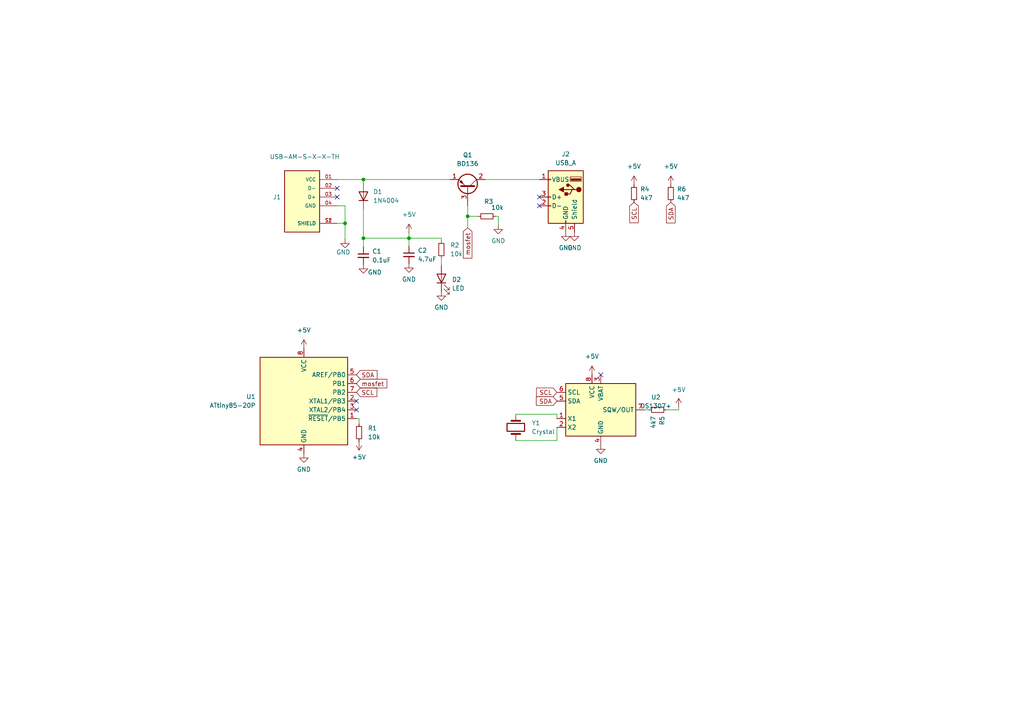
<source format=kicad_sch>
(kicad_sch (version 20230121) (generator eeschema)

  (uuid be505c50-0e16-45fd-95e2-1cda1180e6ba)

  (paper "A4")

  (lib_symbols
    (symbol "Connector:USB_A" (pin_names (offset 1.016)) (in_bom yes) (on_board yes)
      (property "Reference" "J" (at -5.08 11.43 0)
        (effects (font (size 1.27 1.27)) (justify left))
      )
      (property "Value" "USB_A" (at -5.08 8.89 0)
        (effects (font (size 1.27 1.27)) (justify left))
      )
      (property "Footprint" "" (at 3.81 -1.27 0)
        (effects (font (size 1.27 1.27)) hide)
      )
      (property "Datasheet" " ~" (at 3.81 -1.27 0)
        (effects (font (size 1.27 1.27)) hide)
      )
      (property "ki_keywords" "connector USB" (at 0 0 0)
        (effects (font (size 1.27 1.27)) hide)
      )
      (property "ki_description" "USB Type A connector" (at 0 0 0)
        (effects (font (size 1.27 1.27)) hide)
      )
      (property "ki_fp_filters" "USB*" (at 0 0 0)
        (effects (font (size 1.27 1.27)) hide)
      )
      (symbol "USB_A_0_1"
        (rectangle (start -5.08 -7.62) (end 5.08 7.62)
          (stroke (width 0.254) (type default))
          (fill (type background))
        )
        (circle (center -3.81 2.159) (radius 0.635)
          (stroke (width 0.254) (type default))
          (fill (type outline))
        )
        (rectangle (start -1.524 4.826) (end -4.318 5.334)
          (stroke (width 0) (type default))
          (fill (type outline))
        )
        (rectangle (start -1.27 4.572) (end -4.572 5.842)
          (stroke (width 0) (type default))
          (fill (type none))
        )
        (circle (center -0.635 3.429) (radius 0.381)
          (stroke (width 0.254) (type default))
          (fill (type outline))
        )
        (rectangle (start -0.127 -7.62) (end 0.127 -6.858)
          (stroke (width 0) (type default))
          (fill (type none))
        )
        (polyline
          (pts
            (xy -3.175 2.159)
            (xy -2.54 2.159)
            (xy -1.27 3.429)
            (xy -0.635 3.429)
          )
          (stroke (width 0.254) (type default))
          (fill (type none))
        )
        (polyline
          (pts
            (xy -2.54 2.159)
            (xy -1.905 2.159)
            (xy -1.27 0.889)
            (xy 0 0.889)
          )
          (stroke (width 0.254) (type default))
          (fill (type none))
        )
        (polyline
          (pts
            (xy 0.635 2.794)
            (xy 0.635 1.524)
            (xy 1.905 2.159)
            (xy 0.635 2.794)
          )
          (stroke (width 0.254) (type default))
          (fill (type outline))
        )
        (rectangle (start 0.254 1.27) (end -0.508 0.508)
          (stroke (width 0.254) (type default))
          (fill (type outline))
        )
        (rectangle (start 5.08 -2.667) (end 4.318 -2.413)
          (stroke (width 0) (type default))
          (fill (type none))
        )
        (rectangle (start 5.08 -0.127) (end 4.318 0.127)
          (stroke (width 0) (type default))
          (fill (type none))
        )
        (rectangle (start 5.08 4.953) (end 4.318 5.207)
          (stroke (width 0) (type default))
          (fill (type none))
        )
      )
      (symbol "USB_A_1_1"
        (polyline
          (pts
            (xy -1.905 2.159)
            (xy 0.635 2.159)
          )
          (stroke (width 0.254) (type default))
          (fill (type none))
        )
        (pin power_in line (at 7.62 5.08 180) (length 2.54)
          (name "VBUS" (effects (font (size 1.27 1.27))))
          (number "1" (effects (font (size 1.27 1.27))))
        )
        (pin bidirectional line (at 7.62 -2.54 180) (length 2.54)
          (name "D-" (effects (font (size 1.27 1.27))))
          (number "2" (effects (font (size 1.27 1.27))))
        )
        (pin bidirectional line (at 7.62 0 180) (length 2.54)
          (name "D+" (effects (font (size 1.27 1.27))))
          (number "3" (effects (font (size 1.27 1.27))))
        )
        (pin power_in line (at 0 -10.16 90) (length 2.54)
          (name "GND" (effects (font (size 1.27 1.27))))
          (number "4" (effects (font (size 1.27 1.27))))
        )
        (pin passive line (at -2.54 -10.16 90) (length 2.54)
          (name "Shield" (effects (font (size 1.27 1.27))))
          (number "5" (effects (font (size 1.27 1.27))))
        )
      )
    )
    (symbol "Device:C_Small" (pin_numbers hide) (pin_names (offset 0.254) hide) (in_bom yes) (on_board yes)
      (property "Reference" "C" (at 0.254 1.778 0)
        (effects (font (size 1.27 1.27)) (justify left))
      )
      (property "Value" "C_Small" (at 0.254 -2.032 0)
        (effects (font (size 1.27 1.27)) (justify left))
      )
      (property "Footprint" "" (at 0 0 0)
        (effects (font (size 1.27 1.27)) hide)
      )
      (property "Datasheet" "~" (at 0 0 0)
        (effects (font (size 1.27 1.27)) hide)
      )
      (property "ki_keywords" "capacitor cap" (at 0 0 0)
        (effects (font (size 1.27 1.27)) hide)
      )
      (property "ki_description" "Unpolarized capacitor, small symbol" (at 0 0 0)
        (effects (font (size 1.27 1.27)) hide)
      )
      (property "ki_fp_filters" "C_*" (at 0 0 0)
        (effects (font (size 1.27 1.27)) hide)
      )
      (symbol "C_Small_0_1"
        (polyline
          (pts
            (xy -1.524 -0.508)
            (xy 1.524 -0.508)
          )
          (stroke (width 0.3302) (type default))
          (fill (type none))
        )
        (polyline
          (pts
            (xy -1.524 0.508)
            (xy 1.524 0.508)
          )
          (stroke (width 0.3048) (type default))
          (fill (type none))
        )
      )
      (symbol "C_Small_1_1"
        (pin passive line (at 0 2.54 270) (length 2.032)
          (name "~" (effects (font (size 1.27 1.27))))
          (number "1" (effects (font (size 1.27 1.27))))
        )
        (pin passive line (at 0 -2.54 90) (length 2.032)
          (name "~" (effects (font (size 1.27 1.27))))
          (number "2" (effects (font (size 1.27 1.27))))
        )
      )
    )
    (symbol "Device:Crystal" (pin_numbers hide) (pin_names (offset 1.016) hide) (in_bom yes) (on_board yes)
      (property "Reference" "Y" (at 0 3.81 0)
        (effects (font (size 1.27 1.27)))
      )
      (property "Value" "Crystal" (at 0 -3.81 0)
        (effects (font (size 1.27 1.27)))
      )
      (property "Footprint" "" (at 0 0 0)
        (effects (font (size 1.27 1.27)) hide)
      )
      (property "Datasheet" "~" (at 0 0 0)
        (effects (font (size 1.27 1.27)) hide)
      )
      (property "ki_keywords" "quartz ceramic resonator oscillator" (at 0 0 0)
        (effects (font (size 1.27 1.27)) hide)
      )
      (property "ki_description" "Two pin crystal" (at 0 0 0)
        (effects (font (size 1.27 1.27)) hide)
      )
      (property "ki_fp_filters" "Crystal*" (at 0 0 0)
        (effects (font (size 1.27 1.27)) hide)
      )
      (symbol "Crystal_0_1"
        (rectangle (start -1.143 2.54) (end 1.143 -2.54)
          (stroke (width 0.3048) (type default))
          (fill (type none))
        )
        (polyline
          (pts
            (xy -2.54 0)
            (xy -1.905 0)
          )
          (stroke (width 0) (type default))
          (fill (type none))
        )
        (polyline
          (pts
            (xy -1.905 -1.27)
            (xy -1.905 1.27)
          )
          (stroke (width 0.508) (type default))
          (fill (type none))
        )
        (polyline
          (pts
            (xy 1.905 -1.27)
            (xy 1.905 1.27)
          )
          (stroke (width 0.508) (type default))
          (fill (type none))
        )
        (polyline
          (pts
            (xy 2.54 0)
            (xy 1.905 0)
          )
          (stroke (width 0) (type default))
          (fill (type none))
        )
      )
      (symbol "Crystal_1_1"
        (pin passive line (at -3.81 0 0) (length 1.27)
          (name "1" (effects (font (size 1.27 1.27))))
          (number "1" (effects (font (size 1.27 1.27))))
        )
        (pin passive line (at 3.81 0 180) (length 1.27)
          (name "2" (effects (font (size 1.27 1.27))))
          (number "2" (effects (font (size 1.27 1.27))))
        )
      )
    )
    (symbol "Device:LED" (pin_numbers hide) (pin_names (offset 1.016) hide) (in_bom yes) (on_board yes)
      (property "Reference" "D" (at 0 2.54 0)
        (effects (font (size 1.27 1.27)))
      )
      (property "Value" "LED" (at 0 -2.54 0)
        (effects (font (size 1.27 1.27)))
      )
      (property "Footprint" "" (at 0 0 0)
        (effects (font (size 1.27 1.27)) hide)
      )
      (property "Datasheet" "~" (at 0 0 0)
        (effects (font (size 1.27 1.27)) hide)
      )
      (property "ki_keywords" "LED diode" (at 0 0 0)
        (effects (font (size 1.27 1.27)) hide)
      )
      (property "ki_description" "Light emitting diode" (at 0 0 0)
        (effects (font (size 1.27 1.27)) hide)
      )
      (property "ki_fp_filters" "LED* LED_SMD:* LED_THT:*" (at 0 0 0)
        (effects (font (size 1.27 1.27)) hide)
      )
      (symbol "LED_0_1"
        (polyline
          (pts
            (xy -1.27 -1.27)
            (xy -1.27 1.27)
          )
          (stroke (width 0.254) (type default))
          (fill (type none))
        )
        (polyline
          (pts
            (xy -1.27 0)
            (xy 1.27 0)
          )
          (stroke (width 0) (type default))
          (fill (type none))
        )
        (polyline
          (pts
            (xy 1.27 -1.27)
            (xy 1.27 1.27)
            (xy -1.27 0)
            (xy 1.27 -1.27)
          )
          (stroke (width 0.254) (type default))
          (fill (type none))
        )
        (polyline
          (pts
            (xy -3.048 -0.762)
            (xy -4.572 -2.286)
            (xy -3.81 -2.286)
            (xy -4.572 -2.286)
            (xy -4.572 -1.524)
          )
          (stroke (width 0) (type default))
          (fill (type none))
        )
        (polyline
          (pts
            (xy -1.778 -0.762)
            (xy -3.302 -2.286)
            (xy -2.54 -2.286)
            (xy -3.302 -2.286)
            (xy -3.302 -1.524)
          )
          (stroke (width 0) (type default))
          (fill (type none))
        )
      )
      (symbol "LED_1_1"
        (pin passive line (at -3.81 0 0) (length 2.54)
          (name "K" (effects (font (size 1.27 1.27))))
          (number "1" (effects (font (size 1.27 1.27))))
        )
        (pin passive line (at 3.81 0 180) (length 2.54)
          (name "A" (effects (font (size 1.27 1.27))))
          (number "2" (effects (font (size 1.27 1.27))))
        )
      )
    )
    (symbol "Device:R_Small" (pin_numbers hide) (pin_names (offset 0.254) hide) (in_bom yes) (on_board yes)
      (property "Reference" "R" (at 0.762 0.508 0)
        (effects (font (size 1.27 1.27)) (justify left))
      )
      (property "Value" "R_Small" (at 0.762 -1.016 0)
        (effects (font (size 1.27 1.27)) (justify left))
      )
      (property "Footprint" "" (at 0 0 0)
        (effects (font (size 1.27 1.27)) hide)
      )
      (property "Datasheet" "~" (at 0 0 0)
        (effects (font (size 1.27 1.27)) hide)
      )
      (property "ki_keywords" "R resistor" (at 0 0 0)
        (effects (font (size 1.27 1.27)) hide)
      )
      (property "ki_description" "Resistor, small symbol" (at 0 0 0)
        (effects (font (size 1.27 1.27)) hide)
      )
      (property "ki_fp_filters" "R_*" (at 0 0 0)
        (effects (font (size 1.27 1.27)) hide)
      )
      (symbol "R_Small_0_1"
        (rectangle (start -0.762 1.778) (end 0.762 -1.778)
          (stroke (width 0.2032) (type default))
          (fill (type none))
        )
      )
      (symbol "R_Small_1_1"
        (pin passive line (at 0 2.54 270) (length 0.762)
          (name "~" (effects (font (size 1.27 1.27))))
          (number "1" (effects (font (size 1.27 1.27))))
        )
        (pin passive line (at 0 -2.54 90) (length 0.762)
          (name "~" (effects (font (size 1.27 1.27))))
          (number "2" (effects (font (size 1.27 1.27))))
        )
      )
    )
    (symbol "Diode:1N4004" (pin_numbers hide) (pin_names hide) (in_bom yes) (on_board yes)
      (property "Reference" "D" (at 0 2.54 0)
        (effects (font (size 1.27 1.27)))
      )
      (property "Value" "1N4004" (at 0 -2.54 0)
        (effects (font (size 1.27 1.27)))
      )
      (property "Footprint" "Diode_THT:D_DO-41_SOD81_P10.16mm_Horizontal" (at 0 -4.445 0)
        (effects (font (size 1.27 1.27)) hide)
      )
      (property "Datasheet" "http://www.vishay.com/docs/88503/1n4001.pdf" (at 0 0 0)
        (effects (font (size 1.27 1.27)) hide)
      )
      (property "Sim.Device" "D" (at 0 0 0)
        (effects (font (size 1.27 1.27)) hide)
      )
      (property "Sim.Pins" "1=K 2=A" (at 0 0 0)
        (effects (font (size 1.27 1.27)) hide)
      )
      (property "ki_keywords" "diode" (at 0 0 0)
        (effects (font (size 1.27 1.27)) hide)
      )
      (property "ki_description" "400V 1A General Purpose Rectifier Diode, DO-41" (at 0 0 0)
        (effects (font (size 1.27 1.27)) hide)
      )
      (property "ki_fp_filters" "D*DO?41*" (at 0 0 0)
        (effects (font (size 1.27 1.27)) hide)
      )
      (symbol "1N4004_0_1"
        (polyline
          (pts
            (xy -1.27 1.27)
            (xy -1.27 -1.27)
          )
          (stroke (width 0.254) (type default))
          (fill (type none))
        )
        (polyline
          (pts
            (xy 1.27 0)
            (xy -1.27 0)
          )
          (stroke (width 0) (type default))
          (fill (type none))
        )
        (polyline
          (pts
            (xy 1.27 1.27)
            (xy 1.27 -1.27)
            (xy -1.27 0)
            (xy 1.27 1.27)
          )
          (stroke (width 0.254) (type default))
          (fill (type none))
        )
      )
      (symbol "1N4004_1_1"
        (pin passive line (at -3.81 0 0) (length 2.54)
          (name "K" (effects (font (size 1.27 1.27))))
          (number "1" (effects (font (size 1.27 1.27))))
        )
        (pin passive line (at 3.81 0 180) (length 2.54)
          (name "A" (effects (font (size 1.27 1.27))))
          (number "2" (effects (font (size 1.27 1.27))))
        )
      )
    )
    (symbol "MCU_Microchip_ATtiny:ATtiny85-20P" (in_bom yes) (on_board yes)
      (property "Reference" "U" (at -12.7 13.97 0)
        (effects (font (size 1.27 1.27)) (justify left bottom))
      )
      (property "Value" "ATtiny85-20P" (at 2.54 -13.97 0)
        (effects (font (size 1.27 1.27)) (justify left top))
      )
      (property "Footprint" "Package_DIP:DIP-8_W7.62mm" (at 0 0 0)
        (effects (font (size 1.27 1.27) italic) hide)
      )
      (property "Datasheet" "http://ww1.microchip.com/downloads/en/DeviceDoc/atmel-2586-avr-8-bit-microcontroller-attiny25-attiny45-attiny85_datasheet.pdf" (at 0 0 0)
        (effects (font (size 1.27 1.27)) hide)
      )
      (property "ki_keywords" "AVR 8bit Microcontroller tinyAVR" (at 0 0 0)
        (effects (font (size 1.27 1.27)) hide)
      )
      (property "ki_description" "20MHz, 8kB Flash, 512B SRAM, 512B EEPROM, debugWIRE, DIP-8" (at 0 0 0)
        (effects (font (size 1.27 1.27)) hide)
      )
      (property "ki_fp_filters" "DIP*W7.62mm*" (at 0 0 0)
        (effects (font (size 1.27 1.27)) hide)
      )
      (symbol "ATtiny85-20P_0_1"
        (rectangle (start -12.7 -12.7) (end 12.7 12.7)
          (stroke (width 0.254) (type default))
          (fill (type background))
        )
      )
      (symbol "ATtiny85-20P_1_1"
        (pin bidirectional line (at 15.24 -5.08 180) (length 2.54)
          (name "~{RESET}/PB5" (effects (font (size 1.27 1.27))))
          (number "1" (effects (font (size 1.27 1.27))))
        )
        (pin bidirectional line (at 15.24 0 180) (length 2.54)
          (name "XTAL1/PB3" (effects (font (size 1.27 1.27))))
          (number "2" (effects (font (size 1.27 1.27))))
        )
        (pin bidirectional line (at 15.24 -2.54 180) (length 2.54)
          (name "XTAL2/PB4" (effects (font (size 1.27 1.27))))
          (number "3" (effects (font (size 1.27 1.27))))
        )
        (pin power_in line (at 0 -15.24 90) (length 2.54)
          (name "GND" (effects (font (size 1.27 1.27))))
          (number "4" (effects (font (size 1.27 1.27))))
        )
        (pin bidirectional line (at 15.24 7.62 180) (length 2.54)
          (name "AREF/PB0" (effects (font (size 1.27 1.27))))
          (number "5" (effects (font (size 1.27 1.27))))
        )
        (pin bidirectional line (at 15.24 5.08 180) (length 2.54)
          (name "PB1" (effects (font (size 1.27 1.27))))
          (number "6" (effects (font (size 1.27 1.27))))
        )
        (pin bidirectional line (at 15.24 2.54 180) (length 2.54)
          (name "PB2" (effects (font (size 1.27 1.27))))
          (number "7" (effects (font (size 1.27 1.27))))
        )
        (pin power_in line (at 0 15.24 270) (length 2.54)
          (name "VCC" (effects (font (size 1.27 1.27))))
          (number "8" (effects (font (size 1.27 1.27))))
        )
      )
    )
    (symbol "Timer_RTC:DS1307+" (in_bom yes) (on_board yes)
      (property "Reference" "U" (at -8.89 8.89 0)
        (effects (font (size 1.27 1.27)))
      )
      (property "Value" "DS1307+" (at 1.27 8.89 0)
        (effects (font (size 1.27 1.27)) (justify left))
      )
      (property "Footprint" "Package_DIP:DIP-8_W7.62mm" (at 0 -12.7 0)
        (effects (font (size 1.27 1.27)) hide)
      )
      (property "Datasheet" "https://datasheets.maximintegrated.com/en/ds/DS1307.pdf" (at 0 -5.08 0)
        (effects (font (size 1.27 1.27)) hide)
      )
      (property "ki_keywords" "RTC, Trickle-Charge Timekeeping Chip" (at 0 0 0)
        (effects (font (size 1.27 1.27)) hide)
      )
      (property "ki_description" "64 x 8, Serial, I2C Real-time clock, 4.5V to 5.5V VCC, 0°C to +70°C, DIP-8" (at 0 0 0)
        (effects (font (size 1.27 1.27)) hide)
      )
      (property "ki_fp_filters" "DIP*W7.62mm*" (at 0 0 0)
        (effects (font (size 1.27 1.27)) hide)
      )
      (symbol "DS1307+_0_1"
        (rectangle (start -10.16 7.62) (end 10.16 -7.62)
          (stroke (width 0.254) (type default))
          (fill (type background))
        )
      )
      (symbol "DS1307+_1_1"
        (pin input line (at -12.7 -2.54 0) (length 2.54)
          (name "X1" (effects (font (size 1.27 1.27))))
          (number "1" (effects (font (size 1.27 1.27))))
        )
        (pin input line (at -12.7 -5.08 0) (length 2.54)
          (name "X2" (effects (font (size 1.27 1.27))))
          (number "2" (effects (font (size 1.27 1.27))))
        )
        (pin power_in line (at 0 10.16 270) (length 2.54)
          (name "VBAT" (effects (font (size 1.27 1.27))))
          (number "3" (effects (font (size 1.27 1.27))))
        )
        (pin power_in line (at 0 -10.16 90) (length 2.54)
          (name "GND" (effects (font (size 1.27 1.27))))
          (number "4" (effects (font (size 1.27 1.27))))
        )
        (pin bidirectional line (at -12.7 2.54 0) (length 2.54)
          (name "SDA" (effects (font (size 1.27 1.27))))
          (number "5" (effects (font (size 1.27 1.27))))
        )
        (pin input line (at -12.7 5.08 0) (length 2.54)
          (name "SCL" (effects (font (size 1.27 1.27))))
          (number "6" (effects (font (size 1.27 1.27))))
        )
        (pin open_collector line (at 12.7 0 180) (length 2.54)
          (name "SQW/OUT" (effects (font (size 1.27 1.27))))
          (number "7" (effects (font (size 1.27 1.27))))
        )
        (pin power_in line (at -2.54 10.16 270) (length 2.54)
          (name "VCC" (effects (font (size 1.27 1.27))))
          (number "8" (effects (font (size 1.27 1.27))))
        )
      )
    )
    (symbol "Transistor_BJT:BD136" (pin_names (offset 0) hide) (in_bom yes) (on_board yes)
      (property "Reference" "Q" (at 5.08 1.905 0)
        (effects (font (size 1.27 1.27)) (justify left))
      )
      (property "Value" "BD136" (at 5.08 0 0)
        (effects (font (size 1.27 1.27)) (justify left))
      )
      (property "Footprint" "Package_TO_SOT_THT:TO-126-3_Vertical" (at 5.08 -1.905 0)
        (effects (font (size 1.27 1.27) italic) (justify left) hide)
      )
      (property "Datasheet" "http://www.st.com/internet/com/TECHNICAL_RESOURCES/TECHNICAL_LITERATURE/DATASHEET/CD00001225.pdf" (at 0 0 0)
        (effects (font (size 1.27 1.27)) (justify left) hide)
      )
      (property "ki_keywords" "Low Voltage Transistor" (at 0 0 0)
        (effects (font (size 1.27 1.27)) hide)
      )
      (property "ki_description" "1.5A Ic, 45V Vce, Low Voltage Transistor, TO-126" (at 0 0 0)
        (effects (font (size 1.27 1.27)) hide)
      )
      (property "ki_fp_filters" "TO?126*" (at 0 0 0)
        (effects (font (size 1.27 1.27)) hide)
      )
      (symbol "BD136_0_1"
        (polyline
          (pts
            (xy 0 0)
            (xy 0.635 0)
          )
          (stroke (width 0) (type default))
          (fill (type none))
        )
        (polyline
          (pts
            (xy 2.54 -2.54)
            (xy 0.635 -0.635)
          )
          (stroke (width 0) (type default))
          (fill (type none))
        )
        (polyline
          (pts
            (xy 2.54 2.54)
            (xy 0.635 0.635)
          )
          (stroke (width 0) (type default))
          (fill (type none))
        )
        (polyline
          (pts
            (xy 0.635 1.905)
            (xy 0.635 -1.905)
            (xy 0.635 -1.905)
          )
          (stroke (width 0.508) (type default))
          (fill (type outline))
        )
        (polyline
          (pts
            (xy 1.778 -2.286)
            (xy 2.286 -1.778)
            (xy 1.27 -1.27)
            (xy 1.778 -2.286)
            (xy 1.778 -2.286)
          )
          (stroke (width 0) (type default))
          (fill (type outline))
        )
        (circle (center 1.27 0) (radius 2.8194)
          (stroke (width 0.3048) (type default))
          (fill (type none))
        )
      )
      (symbol "BD136_1_1"
        (pin passive line (at 2.54 -5.08 90) (length 2.54)
          (name "E" (effects (font (size 1.27 1.27))))
          (number "1" (effects (font (size 1.27 1.27))))
        )
        (pin passive line (at 2.54 5.08 270) (length 2.54)
          (name "C" (effects (font (size 1.27 1.27))))
          (number "2" (effects (font (size 1.27 1.27))))
        )
        (pin input line (at -5.08 0 0) (length 5.08)
          (name "B" (effects (font (size 1.27 1.27))))
          (number "3" (effects (font (size 1.27 1.27))))
        )
      )
    )
    (symbol "USB-AM-S-X-X-TH:USB-AM-S-X-X-TH" (pin_names (offset 1.016)) (in_bom yes) (on_board yes)
      (property "Reference" "J" (at -5.08 8.89 0)
        (effects (font (size 1.27 1.27)) (justify left bottom))
      )
      (property "Value" "USB-AM-S-X-X-TH" (at -5.08 -12.7 0)
        (effects (font (size 1.27 1.27)) (justify left bottom))
      )
      (property "Footprint" "USB-AM-S-X-X-TH:SAMTEC_USB-AM-S-X-X-TH" (at 0 0 0)
        (effects (font (size 1.27 1.27)) (justify bottom) hide)
      )
      (property "Datasheet" "" (at 0 0 0)
        (effects (font (size 1.27 1.27)) hide)
      )
      (property "MF" "Samtec" (at 0 0 0)
        (effects (font (size 1.27 1.27)) (justify bottom) hide)
      )
      (property "MAXIMUM_PACKAGE_HEIGHT" "4.6 mm" (at 0 0 0)
        (effects (font (size 1.27 1.27)) (justify bottom) hide)
      )
      (property "Package" "None" (at 0 0 0)
        (effects (font (size 1.27 1.27)) (justify bottom) hide)
      )
      (property "Price" "None" (at 0 0 0)
        (effects (font (size 1.27 1.27)) (justify bottom) hide)
      )
      (property "Check_prices" "https://www.snapeda.com/parts/USB-AM-S-F-W-TH/Samtec+Inc./view-part/?ref=eda" (at 0 0 0)
        (effects (font (size 1.27 1.27)) (justify bottom) hide)
      )
      (property "STANDARD" "Manufacturer Recommendations" (at 0 0 0)
        (effects (font (size 1.27 1.27)) (justify bottom) hide)
      )
      (property "PARTREV" "U" (at 0 0 0)
        (effects (font (size 1.27 1.27)) (justify bottom) hide)
      )
      (property "SnapEDA_Link" "https://www.snapeda.com/parts/USB-AM-S-F-W-TH/Samtec+Inc./view-part/?ref=snap" (at 0 0 0)
        (effects (font (size 1.27 1.27)) (justify bottom) hide)
      )
      (property "MP" "USB-AM-S-F-W-TH" (at 0 0 0)
        (effects (font (size 1.27 1.27)) (justify bottom) hide)
      )
      (property "Description" "\nUSB-A (USB TYPE-A) USB 2.0 Plug Connector 4 Position Through Hole, Right Angle\n" (at 0 0 0)
        (effects (font (size 1.27 1.27)) (justify bottom) hide)
      )
      (property "Availability" "In Stock" (at 0 0 0)
        (effects (font (size 1.27 1.27)) (justify bottom) hide)
      )
      (property "MANUFACTURER" "Samtec" (at 0 0 0)
        (effects (font (size 1.27 1.27)) (justify bottom) hide)
      )
      (symbol "USB-AM-S-X-X-TH_0_0"
        (rectangle (start -5.08 -10.16) (end 5.08 7.62)
          (stroke (width 0.254) (type default))
          (fill (type background))
        )
        (pin power_in line (at -10.16 5.08 0) (length 5.08)
          (name "VCC" (effects (font (size 1.016 1.016))))
          (number "01" (effects (font (size 1.016 1.016))))
        )
        (pin bidirectional line (at -10.16 2.54 0) (length 5.08)
          (name "D-" (effects (font (size 1.016 1.016))))
          (number "02" (effects (font (size 1.016 1.016))))
        )
        (pin bidirectional line (at -10.16 0 0) (length 5.08)
          (name "D+" (effects (font (size 1.016 1.016))))
          (number "03" (effects (font (size 1.016 1.016))))
        )
        (pin power_in line (at -10.16 -2.54 0) (length 5.08)
          (name "GND" (effects (font (size 1.016 1.016))))
          (number "04" (effects (font (size 1.016 1.016))))
        )
        (pin passive line (at -10.16 -7.62 0) (length 5.08)
          (name "SHIELD" (effects (font (size 1.016 1.016))))
          (number "S1" (effects (font (size 1.016 1.016))))
        )
        (pin passive line (at -10.16 -7.62 0) (length 5.08)
          (name "SHIELD" (effects (font (size 1.016 1.016))))
          (number "S2" (effects (font (size 1.016 1.016))))
        )
      )
    )
    (symbol "power:+5V" (power) (pin_names (offset 0)) (in_bom yes) (on_board yes)
      (property "Reference" "#PWR" (at 0 -3.81 0)
        (effects (font (size 1.27 1.27)) hide)
      )
      (property "Value" "+5V" (at 0 3.556 0)
        (effects (font (size 1.27 1.27)))
      )
      (property "Footprint" "" (at 0 0 0)
        (effects (font (size 1.27 1.27)) hide)
      )
      (property "Datasheet" "" (at 0 0 0)
        (effects (font (size 1.27 1.27)) hide)
      )
      (property "ki_keywords" "global power" (at 0 0 0)
        (effects (font (size 1.27 1.27)) hide)
      )
      (property "ki_description" "Power symbol creates a global label with name \"+5V\"" (at 0 0 0)
        (effects (font (size 1.27 1.27)) hide)
      )
      (symbol "+5V_0_1"
        (polyline
          (pts
            (xy -0.762 1.27)
            (xy 0 2.54)
          )
          (stroke (width 0) (type default))
          (fill (type none))
        )
        (polyline
          (pts
            (xy 0 0)
            (xy 0 2.54)
          )
          (stroke (width 0) (type default))
          (fill (type none))
        )
        (polyline
          (pts
            (xy 0 2.54)
            (xy 0.762 1.27)
          )
          (stroke (width 0) (type default))
          (fill (type none))
        )
      )
      (symbol "+5V_1_1"
        (pin power_in line (at 0 0 90) (length 0) hide
          (name "+5V" (effects (font (size 1.27 1.27))))
          (number "1" (effects (font (size 1.27 1.27))))
        )
      )
    )
    (symbol "power:GND" (power) (pin_names (offset 0)) (in_bom yes) (on_board yes)
      (property "Reference" "#PWR" (at 0 -6.35 0)
        (effects (font (size 1.27 1.27)) hide)
      )
      (property "Value" "GND" (at 0 -3.81 0)
        (effects (font (size 1.27 1.27)))
      )
      (property "Footprint" "" (at 0 0 0)
        (effects (font (size 1.27 1.27)) hide)
      )
      (property "Datasheet" "" (at 0 0 0)
        (effects (font (size 1.27 1.27)) hide)
      )
      (property "ki_keywords" "global power" (at 0 0 0)
        (effects (font (size 1.27 1.27)) hide)
      )
      (property "ki_description" "Power symbol creates a global label with name \"GND\" , ground" (at 0 0 0)
        (effects (font (size 1.27 1.27)) hide)
      )
      (symbol "GND_0_1"
        (polyline
          (pts
            (xy 0 0)
            (xy 0 -1.27)
            (xy 1.27 -1.27)
            (xy 0 -2.54)
            (xy -1.27 -1.27)
            (xy 0 -1.27)
          )
          (stroke (width 0) (type default))
          (fill (type none))
        )
      )
      (symbol "GND_1_1"
        (pin power_in line (at 0 0 270) (length 0) hide
          (name "GND" (effects (font (size 1.27 1.27))))
          (number "1" (effects (font (size 1.27 1.27))))
        )
      )
    )
  )

  (junction (at 105.41 69.088) (diameter 0) (color 0 0 0 0)
    (uuid 056d1ff5-9e4f-4780-8e66-27e37fb0c178)
  )
  (junction (at 100.076 64.77) (diameter 0) (color 0 0 0 0)
    (uuid 158c903b-0029-4d87-bda7-db5d559f382a)
  )
  (junction (at 118.618 69.088) (diameter 0) (color 0 0 0 0)
    (uuid 7d96deac-dfab-4aed-8bc2-4c5865cc4482)
  )
  (junction (at 105.41 52.07) (diameter 0) (color 0 0 0 0)
    (uuid 95d68072-7092-4455-bf12-b3c06b73f1e3)
  )
  (junction (at 135.636 62.738) (diameter 0) (color 0 0 0 0)
    (uuid c61ffcad-7a56-43c6-bc0d-13ebc03d9d4f)
  )

  (no_connect (at 103.378 116.332) (uuid 22082071-7636-4f75-ad98-76c5a2a1e6a5))
  (no_connect (at 103.378 118.872) (uuid 4f74db29-e92f-4a53-ab8a-e6961f640c01))
  (no_connect (at 174.244 108.712) (uuid b550a5ba-8144-4219-82ee-df17ebe2c23e))
  (no_connect (at 97.79 54.61) (uuid c17807cf-2a0a-4d54-a1ec-06a6fc6cae8f))
  (no_connect (at 156.464 59.69) (uuid c6732db0-c1b9-4cf9-b888-ee2956f453b0))
  (no_connect (at 97.79 57.15) (uuid cca618ba-a3ee-473c-86a9-d6f90586e5f3))
  (no_connect (at 156.464 57.15) (uuid da8fda4e-6afb-4da1-a98a-11dde0117f88))

  (wire (pts (xy 196.85 118.872) (xy 193.294 118.872))
    (stroke (width 0) (type default))
    (uuid 182d4d4c-d451-43f2-b896-6b85cbb8dded)
  )
  (wire (pts (xy 161.544 127.762) (xy 149.606 127.762))
    (stroke (width 0) (type default))
    (uuid 1e38c103-a1fd-45b5-aaf5-71df6e4bcd7e)
  )
  (wire (pts (xy 118.618 69.088) (xy 128.016 69.088))
    (stroke (width 0) (type default))
    (uuid 29a6d766-58d8-4d48-a50d-081c8d5a7a28)
  )
  (wire (pts (xy 140.716 52.07) (xy 156.464 52.07))
    (stroke (width 0) (type default))
    (uuid 3583073b-8ade-4b86-8cec-bd9f7a0b3bc0)
  )
  (wire (pts (xy 118.618 71.374) (xy 118.618 69.088))
    (stroke (width 0) (type default))
    (uuid 35f9d6ed-edf9-4e51-bd5b-bd19118f4dfc)
  )
  (wire (pts (xy 100.076 59.69) (xy 100.076 64.77))
    (stroke (width 0) (type default))
    (uuid 3f0e92f0-3102-4246-bc1b-8fb80d3a5cfc)
  )
  (wire (pts (xy 100.076 69.342) (xy 100.076 64.77))
    (stroke (width 0) (type default))
    (uuid 525d0864-025b-4e70-b3fb-a6c5e2f09d0b)
  )
  (wire (pts (xy 105.41 69.088) (xy 105.41 71.628))
    (stroke (width 0) (type default))
    (uuid 52aaac5f-b672-4cc3-bc1f-74f916192fd9)
  )
  (wire (pts (xy 186.944 118.872) (xy 188.214 118.872))
    (stroke (width 0) (type default))
    (uuid 59f3bb52-4a7e-479f-a299-bb47994b0d22)
  )
  (wire (pts (xy 161.544 123.952) (xy 161.544 127.762))
    (stroke (width 0) (type default))
    (uuid 6e649262-eaee-47f2-a921-deaac609d224)
  )
  (wire (pts (xy 97.79 59.69) (xy 100.076 59.69))
    (stroke (width 0) (type default))
    (uuid 7001123d-59f2-4380-ba4c-7de6d9037106)
  )
  (wire (pts (xy 97.79 52.07) (xy 105.41 52.07))
    (stroke (width 0) (type default))
    (uuid 7436f1b4-89e1-459d-b5da-11e912ba09f9)
  )
  (wire (pts (xy 128.016 76.962) (xy 128.016 74.93))
    (stroke (width 0) (type default))
    (uuid 787e6074-bc54-46ec-98fe-fbc7b1e13411)
  )
  (wire (pts (xy 135.636 62.738) (xy 135.636 59.69))
    (stroke (width 0) (type default))
    (uuid 840cf792-8b2e-40d3-af53-52d80cac68eb)
  )
  (wire (pts (xy 135.636 62.738) (xy 138.684 62.738))
    (stroke (width 0) (type default))
    (uuid 8e6439e6-209b-4bae-9083-ba0b1e54bfbf)
  )
  (wire (pts (xy 161.544 120.142) (xy 149.606 120.142))
    (stroke (width 0) (type default))
    (uuid 8fc5e7b7-7984-4ad2-aa9d-173bc7ce1ecb)
  )
  (wire (pts (xy 105.41 60.706) (xy 105.41 69.088))
    (stroke (width 0) (type default))
    (uuid 97510d84-3525-4286-bed5-967885c9577c)
  )
  (wire (pts (xy 128.016 69.85) (xy 128.016 69.088))
    (stroke (width 0) (type default))
    (uuid a1ad21c5-9f48-4cea-992d-c25736d723b1)
  )
  (wire (pts (xy 196.85 118.11) (xy 196.85 118.872))
    (stroke (width 0) (type default))
    (uuid a8becdc2-c1a4-4918-8ef4-1a2645bf100d)
  )
  (wire (pts (xy 105.41 53.086) (xy 105.41 52.07))
    (stroke (width 0) (type default))
    (uuid b42657f4-630c-4e9f-aa30-eb0ccf8b0ea3)
  )
  (wire (pts (xy 105.41 52.07) (xy 130.556 52.07))
    (stroke (width 0) (type default))
    (uuid b76fc507-badd-4bbd-bb97-658f20da16ac)
  )
  (wire (pts (xy 105.41 69.088) (xy 118.618 69.088))
    (stroke (width 0) (type default))
    (uuid c214bce0-cebf-476b-be1c-d04b136080b7)
  )
  (wire (pts (xy 118.618 67.564) (xy 118.618 69.088))
    (stroke (width 0) (type default))
    (uuid c8f8577d-d3f6-48e8-b328-2a5b778f6dd0)
  )
  (wire (pts (xy 100.076 64.77) (xy 97.79 64.77))
    (stroke (width 0) (type default))
    (uuid cb56c1e4-705f-4079-9ceb-4d1d41a9d2fe)
  )
  (wire (pts (xy 104.14 121.412) (xy 103.378 121.412))
    (stroke (width 0) (type default))
    (uuid d6efdbca-45be-4214-af07-ef2079ccf096)
  )
  (wire (pts (xy 144.526 62.738) (xy 143.764 62.738))
    (stroke (width 0) (type default))
    (uuid dcc96a58-8684-426f-81ba-e90722d9bda7)
  )
  (wire (pts (xy 135.636 66.04) (xy 135.636 62.738))
    (stroke (width 0) (type default))
    (uuid dcf068b8-9174-40e8-9499-5eb5c5709ff6)
  )
  (wire (pts (xy 161.544 121.412) (xy 161.544 120.142))
    (stroke (width 0) (type default))
    (uuid e1e59a79-fdc4-435d-a968-5c7463cfec6f)
  )
  (wire (pts (xy 104.14 122.936) (xy 104.14 121.412))
    (stroke (width 0) (type default))
    (uuid f4ce50f2-e612-4347-a0fc-05d52b2f680e)
  )
  (wire (pts (xy 144.526 65.278) (xy 144.526 62.738))
    (stroke (width 0) (type default))
    (uuid fe32002d-b102-40b6-b2d7-0f975ba60bcc)
  )

  (global_label "SDA" (shape input) (at 161.544 116.332 180) (fields_autoplaced)
    (effects (font (size 1.27 1.27)) (justify right))
    (uuid 03ebf75a-a158-4a73-9acd-c9384a9aa68e)
    (property "Intersheetrefs" "${INTERSHEET_REFS}" (at 154.9907 116.332 0)
      (effects (font (size 1.27 1.27)) (justify right) hide)
    )
  )
  (global_label "SDA" (shape input) (at 103.378 108.712 0) (fields_autoplaced)
    (effects (font (size 1.27 1.27)) (justify left))
    (uuid 26b6a0db-1b7a-4993-9307-4a9d5653930c)
    (property "Intersheetrefs" "${INTERSHEET_REFS}" (at 109.9313 108.712 0)
      (effects (font (size 1.27 1.27)) (justify left) hide)
    )
  )
  (global_label "mosfet" (shape input) (at 135.636 66.04 270) (fields_autoplaced)
    (effects (font (size 1.27 1.27)) (justify right))
    (uuid 67c349ef-f0e4-4eac-bcdc-3654aa2c8348)
    (property "Intersheetrefs" "${INTERSHEET_REFS}" (at 135.636 75.4356 90)
      (effects (font (size 1.27 1.27)) (justify right) hide)
    )
  )
  (global_label "SDA" (shape input) (at 194.564 58.674 270) (fields_autoplaced)
    (effects (font (size 1.27 1.27)) (justify right))
    (uuid 6ccb55cc-3a81-46e7-bb2c-f116cd9195cd)
    (property "Intersheetrefs" "${INTERSHEET_REFS}" (at 194.564 65.2273 90)
      (effects (font (size 1.27 1.27)) (justify right) hide)
    )
  )
  (global_label "SCL" (shape input) (at 103.378 113.792 0) (fields_autoplaced)
    (effects (font (size 1.27 1.27)) (justify left))
    (uuid ac1f1e44-66a3-49d1-ad49-aa3df4f4dbcf)
    (property "Intersheetrefs" "${INTERSHEET_REFS}" (at 109.8708 113.792 0)
      (effects (font (size 1.27 1.27)) (justify left) hide)
    )
  )
  (global_label "SCL" (shape input) (at 183.896 58.674 270) (fields_autoplaced)
    (effects (font (size 1.27 1.27)) (justify right))
    (uuid c36c0467-6ff4-4874-9fb4-876e6bd58c97)
    (property "Intersheetrefs" "${INTERSHEET_REFS}" (at 183.896 65.1668 90)
      (effects (font (size 1.27 1.27)) (justify right) hide)
    )
  )
  (global_label "mosfet" (shape input) (at 103.378 111.252 0) (fields_autoplaced)
    (effects (font (size 1.27 1.27)) (justify left))
    (uuid d5a42cf6-08df-4b30-bb41-bb83e00d2c4c)
    (property "Intersheetrefs" "${INTERSHEET_REFS}" (at 112.7736 111.252 0)
      (effects (font (size 1.27 1.27)) (justify left) hide)
    )
  )
  (global_label "SCL" (shape input) (at 161.544 113.792 180) (fields_autoplaced)
    (effects (font (size 1.27 1.27)) (justify right))
    (uuid de20da40-447d-4aa1-91f6-4200b42d5d11)
    (property "Intersheetrefs" "${INTERSHEET_REFS}" (at 155.0512 113.792 0)
      (effects (font (size 1.27 1.27)) (justify right) hide)
    )
  )

  (symbol (lib_id "power:GND") (at 118.618 76.454 0) (unit 1)
    (in_bom yes) (on_board yes) (dnp no) (fields_autoplaced)
    (uuid 03a31ff5-416f-4353-a3b9-3140620c8512)
    (property "Reference" "#PWR07" (at 118.618 82.804 0)
      (effects (font (size 1.27 1.27)) hide)
    )
    (property "Value" "GND" (at 118.618 81.026 0)
      (effects (font (size 1.27 1.27)))
    )
    (property "Footprint" "" (at 118.618 76.454 0)
      (effects (font (size 1.27 1.27)) hide)
    )
    (property "Datasheet" "" (at 118.618 76.454 0)
      (effects (font (size 1.27 1.27)) hide)
    )
    (pin "1" (uuid 1405dbc4-edbb-4462-88f4-7a43db3f1172))
    (instances
      (project "USB_Timer"
        (path "/239d9de4-bcf0-491e-9e07-b1cbff465015"
          (reference "#PWR07") (unit 1)
        )
      )
      (project "USB_Timer_Prototype"
        (path "/be505c50-0e16-45fd-95e2-1cda1180e6ba"
          (reference "#PWR07") (unit 1)
        )
      )
    )
  )

  (symbol (lib_id "power:GND") (at 100.076 69.342 0) (unit 1)
    (in_bom yes) (on_board yes) (dnp no)
    (uuid 04f8694e-6845-4dbf-b7be-61e59a351581)
    (property "Reference" "#PWR01" (at 100.076 75.692 0)
      (effects (font (size 1.27 1.27)) hide)
    )
    (property "Value" "GND" (at 99.568 73.152 0)
      (effects (font (size 1.27 1.27)))
    )
    (property "Footprint" "" (at 100.076 69.342 0)
      (effects (font (size 1.27 1.27)) hide)
    )
    (property "Datasheet" "" (at 100.076 69.342 0)
      (effects (font (size 1.27 1.27)) hide)
    )
    (pin "1" (uuid 38c91cb6-0696-42c5-a8ea-3c0be6b23f90))
    (instances
      (project "USB_Timer"
        (path "/239d9de4-bcf0-491e-9e07-b1cbff465015"
          (reference "#PWR01") (unit 1)
        )
      )
      (project "USB_Timer_Prototype"
        (path "/be505c50-0e16-45fd-95e2-1cda1180e6ba"
          (reference "#PWR03") (unit 1)
        )
      )
    )
  )

  (symbol (lib_id "Device:C_Small") (at 105.41 74.168 0) (unit 1)
    (in_bom yes) (on_board yes) (dnp no) (fields_autoplaced)
    (uuid 09d728e0-e348-4704-9cb1-766f845df6a5)
    (property "Reference" "C1" (at 107.95 72.9043 0)
      (effects (font (size 1.27 1.27)) (justify left))
    )
    (property "Value" "0.1uF" (at 107.95 75.4443 0)
      (effects (font (size 1.27 1.27)) (justify left))
    )
    (property "Footprint" "Capacitor_SMD:C_0805_2012Metric" (at 105.41 74.168 0)
      (effects (font (size 1.27 1.27)) hide)
    )
    (property "Datasheet" "~" (at 105.41 74.168 0)
      (effects (font (size 1.27 1.27)) hide)
    )
    (pin "1" (uuid 8833df6f-fa70-428f-933c-118625f64487))
    (pin "2" (uuid 744a1c76-f96a-4681-a288-397ad933847b))
    (instances
      (project "USB_Timer"
        (path "/239d9de4-bcf0-491e-9e07-b1cbff465015"
          (reference "C1") (unit 1)
        )
      )
      (project "USB_Timer_Prototype"
        (path "/be505c50-0e16-45fd-95e2-1cda1180e6ba"
          (reference "C1") (unit 1)
        )
      )
    )
  )

  (symbol (lib_id "power:+5V") (at 196.85 118.11 0) (unit 1)
    (in_bom yes) (on_board yes) (dnp no) (fields_autoplaced)
    (uuid 10341442-8dc6-423f-9c22-0913e563ca32)
    (property "Reference" "#PWR017" (at 196.85 121.92 0)
      (effects (font (size 1.27 1.27)) hide)
    )
    (property "Value" "+5V" (at 196.85 113.03 0)
      (effects (font (size 1.27 1.27)))
    )
    (property "Footprint" "" (at 196.85 118.11 0)
      (effects (font (size 1.27 1.27)) hide)
    )
    (property "Datasheet" "" (at 196.85 118.11 0)
      (effects (font (size 1.27 1.27)) hide)
    )
    (pin "1" (uuid b3b47863-e708-45d5-a58a-198c1389688c))
    (instances
      (project "USB_Timer"
        (path "/239d9de4-bcf0-491e-9e07-b1cbff465015"
          (reference "#PWR017") (unit 1)
        )
      )
      (project "USB_Timer_Prototype"
        (path "/be505c50-0e16-45fd-95e2-1cda1180e6ba"
          (reference "#PWR016") (unit 1)
        )
      )
    )
  )

  (symbol (lib_id "USB-AM-S-X-X-TH:USB-AM-S-X-X-TH") (at 87.63 57.15 0) (mirror y) (unit 1)
    (in_bom yes) (on_board yes) (dnp no)
    (uuid 15bd87ba-e6ff-45f2-a717-3997f0f5dece)
    (property "Reference" "J3" (at 81.534 57.15 0)
      (effects (font (size 1.27 1.27)) (justify left))
    )
    (property "Value" "USB-AM-S-X-X-TH" (at 98.552 45.466 0)
      (effects (font (size 1.27 1.27)) (justify left))
    )
    (property "Footprint" "C-Footprint:SAMTEC_USB-AM-S-X-X-TH" (at 87.63 57.15 0)
      (effects (font (size 1.27 1.27)) (justify bottom) hide)
    )
    (property "Datasheet" "" (at 87.63 57.15 0)
      (effects (font (size 1.27 1.27)) hide)
    )
    (property "MF" "Samtec" (at 87.63 57.15 0)
      (effects (font (size 1.27 1.27)) (justify bottom) hide)
    )
    (property "MAXIMUM_PACKAGE_HEIGHT" "4.6 mm" (at 87.63 57.15 0)
      (effects (font (size 1.27 1.27)) (justify bottom) hide)
    )
    (property "Package" "None" (at 87.63 57.15 0)
      (effects (font (size 1.27 1.27)) (justify bottom) hide)
    )
    (property "Price" "None" (at 87.63 57.15 0)
      (effects (font (size 1.27 1.27)) (justify bottom) hide)
    )
    (property "Check_prices" "https://www.snapeda.com/parts/USB-AM-S-F-W-TH/Samtec+Inc./view-part/?ref=eda" (at 87.63 57.15 0)
      (effects (font (size 1.27 1.27)) (justify bottom) hide)
    )
    (property "STANDARD" "Manufacturer Recommendations" (at 87.63 57.15 0)
      (effects (font (size 1.27 1.27)) (justify bottom) hide)
    )
    (property "PARTREV" "U" (at 87.63 57.15 0)
      (effects (font (size 1.27 1.27)) (justify bottom) hide)
    )
    (property "SnapEDA_Link" "https://www.snapeda.com/parts/USB-AM-S-F-W-TH/Samtec+Inc./view-part/?ref=snap" (at 87.63 57.15 0)
      (effects (font (size 1.27 1.27)) (justify bottom) hide)
    )
    (property "MP" "USB-AM-S-F-W-TH" (at 87.63 57.15 0)
      (effects (font (size 1.27 1.27)) (justify bottom) hide)
    )
    (property "Description" "\nUSB-A (USB TYPE-A) USB 2.0 Plug Connector 4 Position Through Hole, Right Angle\n" (at 87.63 57.15 0)
      (effects (font (size 1.27 1.27)) (justify bottom) hide)
    )
    (property "Availability" "In Stock" (at 87.63 57.15 0)
      (effects (font (size 1.27 1.27)) (justify bottom) hide)
    )
    (property "MANUFACTURER" "Samtec" (at 87.63 57.15 0)
      (effects (font (size 1.27 1.27)) (justify bottom) hide)
    )
    (pin "01" (uuid ce422743-eb36-4c0e-93ce-eaf8bee2feef))
    (pin "02" (uuid e1ec1576-a58b-4c6f-998c-e1202ffa497d))
    (pin "03" (uuid bcb80c99-b181-4346-8058-38d082878b6d))
    (pin "04" (uuid 24b1b0ec-6155-478a-bb78-8c3f7d5ba751))
    (pin "S1" (uuid 73307f8e-97d7-45df-8027-ece8b5b18e6c))
    (pin "S2" (uuid e781016d-f6f4-4713-85e1-19c46205d67a))
    (instances
      (project "USB_Timer"
        (path "/239d9de4-bcf0-491e-9e07-b1cbff465015"
          (reference "J3") (unit 1)
        )
      )
      (project "USB_Timer_Prototype"
        (path "/be505c50-0e16-45fd-95e2-1cda1180e6ba"
          (reference "J1") (unit 1)
        )
      )
    )
  )

  (symbol (lib_id "power:+5V") (at 118.618 67.564 0) (unit 1)
    (in_bom yes) (on_board yes) (dnp no) (fields_autoplaced)
    (uuid 1701ddad-6a80-4b1e-88b4-05e32db54193)
    (property "Reference" "#PWR06" (at 118.618 71.374 0)
      (effects (font (size 1.27 1.27)) hide)
    )
    (property "Value" "+5V" (at 118.618 62.23 0)
      (effects (font (size 1.27 1.27)))
    )
    (property "Footprint" "" (at 118.618 67.564 0)
      (effects (font (size 1.27 1.27)) hide)
    )
    (property "Datasheet" "" (at 118.618 67.564 0)
      (effects (font (size 1.27 1.27)) hide)
    )
    (pin "1" (uuid cbcc6a38-9d58-493f-93b9-8044366d34b3))
    (instances
      (project "USB_Timer"
        (path "/239d9de4-bcf0-491e-9e07-b1cbff465015"
          (reference "#PWR06") (unit 1)
        )
      )
      (project "USB_Timer_Prototype"
        (path "/be505c50-0e16-45fd-95e2-1cda1180e6ba"
          (reference "#PWR06") (unit 1)
        )
      )
    )
  )

  (symbol (lib_id "Timer_RTC:DS1307+") (at 174.244 118.872 0) (unit 1)
    (in_bom yes) (on_board yes) (dnp no) (fields_autoplaced)
    (uuid 18be985c-1770-40ff-870e-5c7484d6467d)
    (property "Reference" "U2" (at 190.246 115.2241 0)
      (effects (font (size 1.27 1.27)))
    )
    (property "Value" "DS1307+" (at 190.246 117.7641 0)
      (effects (font (size 1.27 1.27)))
    )
    (property "Footprint" "Package_DIP:DIP-8_W7.62mm" (at 174.244 131.572 0)
      (effects (font (size 1.27 1.27)) hide)
    )
    (property "Datasheet" "https://datasheets.maximintegrated.com/en/ds/DS1307.pdf" (at 174.244 123.952 0)
      (effects (font (size 1.27 1.27)) hide)
    )
    (pin "1" (uuid 9c86d1e7-7a29-472b-922a-827ee137b5c3))
    (pin "2" (uuid c93a4251-ca18-4d08-9246-f0c4efb6380e))
    (pin "3" (uuid 75ed8613-c0ba-4351-b4ad-abb46c6ddb74))
    (pin "4" (uuid d8f1df59-0a02-4074-8fac-be07865597fe))
    (pin "5" (uuid 4b38c3f4-c643-488c-9fa8-dafc9184a4fb))
    (pin "6" (uuid 72d6241a-1b01-49ca-8086-af14151d20f1))
    (pin "7" (uuid c36d1d44-2c58-4e61-8ed0-70f72ced8463))
    (pin "8" (uuid 6ffd9c74-ce2b-4480-8fe4-06769441d072))
    (instances
      (project "USB_Timer_Prototype"
        (path "/be505c50-0e16-45fd-95e2-1cda1180e6ba"
          (reference "U2") (unit 1)
        )
      )
    )
  )

  (symbol (lib_id "Device:C_Small") (at 118.618 73.914 0) (unit 1)
    (in_bom yes) (on_board yes) (dnp no) (fields_autoplaced)
    (uuid 1f8b0535-d8e2-4938-9c9a-cddc7ea92785)
    (property "Reference" "C2" (at 121.158 72.6503 0)
      (effects (font (size 1.27 1.27)) (justify left))
    )
    (property "Value" "4.7uF" (at 121.158 75.1903 0)
      (effects (font (size 1.27 1.27)) (justify left))
    )
    (property "Footprint" "Capacitor_SMD:C_0805_2012Metric" (at 118.618 73.914 0)
      (effects (font (size 1.27 1.27)) hide)
    )
    (property "Datasheet" "~" (at 118.618 73.914 0)
      (effects (font (size 1.27 1.27)) hide)
    )
    (pin "1" (uuid d97494ce-3d73-49e9-abf6-1d2a352e8112))
    (pin "2" (uuid c0a40334-9a22-47e9-abb5-26d90a317870))
    (instances
      (project "USB_Timer"
        (path "/239d9de4-bcf0-491e-9e07-b1cbff465015"
          (reference "C2") (unit 1)
        )
      )
      (project "USB_Timer_Prototype"
        (path "/be505c50-0e16-45fd-95e2-1cda1180e6ba"
          (reference "C2") (unit 1)
        )
      )
    )
  )

  (symbol (lib_id "power:GND") (at 128.016 84.582 0) (unit 1)
    (in_bom yes) (on_board yes) (dnp no) (fields_autoplaced)
    (uuid 226b5233-3513-4e71-997a-b74fd8c1d592)
    (property "Reference" "#PWR08" (at 128.016 90.932 0)
      (effects (font (size 1.27 1.27)) hide)
    )
    (property "Value" "GND" (at 128.016 89.154 0)
      (effects (font (size 1.27 1.27)))
    )
    (property "Footprint" "" (at 128.016 84.582 0)
      (effects (font (size 1.27 1.27)) hide)
    )
    (property "Datasheet" "" (at 128.016 84.582 0)
      (effects (font (size 1.27 1.27)) hide)
    )
    (pin "1" (uuid 3339df24-e178-43a7-b16b-3525cfa5fe91))
    (instances
      (project "USB_Timer"
        (path "/239d9de4-bcf0-491e-9e07-b1cbff465015"
          (reference "#PWR08") (unit 1)
        )
      )
      (project "USB_Timer_Prototype"
        (path "/be505c50-0e16-45fd-95e2-1cda1180e6ba"
          (reference "#PWR08") (unit 1)
        )
      )
    )
  )

  (symbol (lib_id "Device:R_Small") (at 104.14 125.476 0) (unit 1)
    (in_bom yes) (on_board yes) (dnp no) (fields_autoplaced)
    (uuid 2313291d-0ad4-4317-a163-fd3963f540d2)
    (property "Reference" "R2" (at 106.68 124.206 0)
      (effects (font (size 1.27 1.27)) (justify left))
    )
    (property "Value" "10k" (at 106.68 126.746 0)
      (effects (font (size 1.27 1.27)) (justify left))
    )
    (property "Footprint" "Resistor_SMD:R_0805_2012Metric" (at 104.14 125.476 0)
      (effects (font (size 1.27 1.27)) hide)
    )
    (property "Datasheet" "~" (at 104.14 125.476 0)
      (effects (font (size 1.27 1.27)) hide)
    )
    (pin "1" (uuid 0e78c91f-3b22-43c3-a406-8cb8e91a4f34))
    (pin "2" (uuid 070de999-f79f-46d8-b6d7-b2a6efc811d8))
    (instances
      (project "USB_Timer"
        (path "/239d9de4-bcf0-491e-9e07-b1cbff465015"
          (reference "R2") (unit 1)
        )
      )
      (project "USB_Timer_Prototype"
        (path "/be505c50-0e16-45fd-95e2-1cda1180e6ba"
          (reference "R1") (unit 1)
        )
      )
    )
  )

  (symbol (lib_id "power:GND") (at 144.526 65.278 0) (unit 1)
    (in_bom yes) (on_board yes) (dnp no) (fields_autoplaced)
    (uuid 25e7a937-c02d-4a51-a18c-9e9a0ee8654c)
    (property "Reference" "#PWR010" (at 144.526 71.628 0)
      (effects (font (size 1.27 1.27)) hide)
    )
    (property "Value" "GND" (at 144.526 69.85 0)
      (effects (font (size 1.27 1.27)))
    )
    (property "Footprint" "" (at 144.526 65.278 0)
      (effects (font (size 1.27 1.27)) hide)
    )
    (property "Datasheet" "" (at 144.526 65.278 0)
      (effects (font (size 1.27 1.27)) hide)
    )
    (pin "1" (uuid 85be5236-3208-44bd-bd7b-466a47063b71))
    (instances
      (project "USB_Timer"
        (path "/239d9de4-bcf0-491e-9e07-b1cbff465015"
          (reference "#PWR010") (unit 1)
        )
      )
      (project "USB_Timer_Prototype"
        (path "/be505c50-0e16-45fd-95e2-1cda1180e6ba"
          (reference "#PWR09") (unit 1)
        )
      )
    )
  )

  (symbol (lib_id "Device:R_Small") (at 190.754 118.872 270) (unit 1)
    (in_bom yes) (on_board yes) (dnp no) (fields_autoplaced)
    (uuid 2f509e3a-fa4a-48e2-a030-c3a0f71a3d8a)
    (property "Reference" "R5" (at 192.024 120.65 0)
      (effects (font (size 1.27 1.27)) (justify left))
    )
    (property "Value" "4k7" (at 189.484 120.65 0)
      (effects (font (size 1.27 1.27)) (justify left))
    )
    (property "Footprint" "Resistor_SMD:R_0805_2012Metric" (at 190.754 118.872 0)
      (effects (font (size 1.27 1.27)) hide)
    )
    (property "Datasheet" "~" (at 190.754 118.872 0)
      (effects (font (size 1.27 1.27)) hide)
    )
    (pin "1" (uuid 4a2f85e2-05d1-49a8-bb8c-48f3dc1cde6f))
    (pin "2" (uuid a2040585-7af8-4ab9-9fbf-7aae0bc662de))
    (instances
      (project "USB_Timer"
        (path "/239d9de4-bcf0-491e-9e07-b1cbff465015"
          (reference "R5") (unit 1)
        )
      )
      (project "USB_Timer_Prototype"
        (path "/be505c50-0e16-45fd-95e2-1cda1180e6ba"
          (reference "R5") (unit 1)
        )
      )
    )
  )

  (symbol (lib_id "Device:Crystal") (at 149.606 123.952 90) (unit 1)
    (in_bom yes) (on_board yes) (dnp no)
    (uuid 3135fd8b-6233-4d07-a2b1-79cae2d33afb)
    (property "Reference" "Y1" (at 154.178 122.682 90)
      (effects (font (size 1.27 1.27)) (justify right))
    )
    (property "Value" "Crystal" (at 154.178 125.222 90)
      (effects (font (size 1.27 1.27)) (justify right))
    )
    (property "Footprint" "Crystal:Crystal_AT310_D3.0mm_L10.0mm_Horizontal" (at 149.606 123.952 0)
      (effects (font (size 1.27 1.27)) hide)
    )
    (property "Datasheet" "~" (at 149.606 123.952 0)
      (effects (font (size 1.27 1.27)) hide)
    )
    (pin "1" (uuid 6a0a48b2-2092-45f4-8af9-da388618788a))
    (pin "2" (uuid 975b697b-d29e-444e-aae2-e67dfd070286))
    (instances
      (project "USB_Timer"
        (path "/239d9de4-bcf0-491e-9e07-b1cbff465015"
          (reference "Y1") (unit 1)
        )
      )
      (project "USB_Timer_Prototype"
        (path "/be505c50-0e16-45fd-95e2-1cda1180e6ba"
          (reference "Y1") (unit 1)
        )
      )
    )
  )

  (symbol (lib_id "Transistor_BJT:BD136") (at 135.636 54.61 270) (mirror x) (unit 1)
    (in_bom yes) (on_board yes) (dnp no)
    (uuid 34dd70d6-7664-4744-9897-9a29ba6da217)
    (property "Reference" "Q1" (at 135.636 44.958 90)
      (effects (font (size 1.27 1.27)))
    )
    (property "Value" "BD136" (at 135.636 47.498 90)
      (effects (font (size 1.27 1.27)))
    )
    (property "Footprint" "Package_TO_SOT_THT:TO-126-3_Vertical" (at 133.731 49.53 0)
      (effects (font (size 1.27 1.27) italic) (justify left) hide)
    )
    (property "Datasheet" "http://www.st.com/internet/com/TECHNICAL_RESOURCES/TECHNICAL_LITERATURE/DATASHEET/CD00001225.pdf" (at 135.636 54.61 0)
      (effects (font (size 1.27 1.27)) (justify left) hide)
    )
    (pin "1" (uuid 92fd4909-6a9b-42d7-b194-252caf108d2f))
    (pin "2" (uuid a7fa85a2-1ada-4f9a-81c4-0dc256673bc1))
    (pin "3" (uuid 3d279603-c15b-4a5c-a145-fc3f2b99aa76))
    (instances
      (project "USB_Timer_Prototype"
        (path "/be505c50-0e16-45fd-95e2-1cda1180e6ba"
          (reference "Q1") (unit 1)
        )
      )
    )
  )

  (symbol (lib_id "power:+5V") (at 171.704 108.712 0) (unit 1)
    (in_bom yes) (on_board yes) (dnp no) (fields_autoplaced)
    (uuid 42f3be7c-df42-438e-8407-3229185c77cd)
    (property "Reference" "#PWR013" (at 171.704 112.522 0)
      (effects (font (size 1.27 1.27)) hide)
    )
    (property "Value" "+5V" (at 171.704 103.378 0)
      (effects (font (size 1.27 1.27)))
    )
    (property "Footprint" "" (at 171.704 108.712 0)
      (effects (font (size 1.27 1.27)) hide)
    )
    (property "Datasheet" "" (at 171.704 108.712 0)
      (effects (font (size 1.27 1.27)) hide)
    )
    (pin "1" (uuid f3c86908-0da3-4e27-8380-59bc4706b1e8))
    (instances
      (project "USB_Timer"
        (path "/239d9de4-bcf0-491e-9e07-b1cbff465015"
          (reference "#PWR013") (unit 1)
        )
      )
      (project "USB_Timer_Prototype"
        (path "/be505c50-0e16-45fd-95e2-1cda1180e6ba"
          (reference "#PWR012") (unit 1)
        )
      )
    )
  )

  (symbol (lib_id "MCU_Microchip_ATtiny:ATtiny85-20P") (at 88.138 116.332 0) (unit 1)
    (in_bom yes) (on_board yes) (dnp no) (fields_autoplaced)
    (uuid 563bc1b6-6df3-434c-90c0-cca55a876721)
    (property "Reference" "U1" (at 74.168 115.062 0)
      (effects (font (size 1.27 1.27)) (justify right))
    )
    (property "Value" "ATtiny85-20P" (at 74.168 117.602 0)
      (effects (font (size 1.27 1.27)) (justify right))
    )
    (property "Footprint" "Package_DIP:DIP-8_W7.62mm" (at 88.138 116.332 0)
      (effects (font (size 1.27 1.27) italic) hide)
    )
    (property "Datasheet" "http://ww1.microchip.com/downloads/en/DeviceDoc/atmel-2586-avr-8-bit-microcontroller-attiny25-attiny45-attiny85_datasheet.pdf" (at 88.138 116.332 0)
      (effects (font (size 1.27 1.27)) hide)
    )
    (pin "1" (uuid 76c70b18-1b99-4a9e-bced-72765550ca0d))
    (pin "2" (uuid 74ee4f6b-9176-4996-92b9-226127c7adfd))
    (pin "3" (uuid e5e2f11d-c37b-4804-bee2-1e7df1b81d00))
    (pin "4" (uuid 308c46af-acb8-4b51-be16-deca77a6999c))
    (pin "5" (uuid 0905e480-e3e9-4acf-ac5a-e9cb824e9cdb))
    (pin "6" (uuid 12b4a4c2-c168-4b8a-b638-76b492537d47))
    (pin "7" (uuid 224dbecb-b4ee-46c2-8e37-2164af22f9cd))
    (pin "8" (uuid d3e2a032-0af3-4976-8416-ec3bfac20ae9))
    (instances
      (project "USB_Timer_Prototype"
        (path "/be505c50-0e16-45fd-95e2-1cda1180e6ba"
          (reference "U1") (unit 1)
        )
      )
    )
  )

  (symbol (lib_id "Device:R_Small") (at 183.896 56.134 0) (unit 1)
    (in_bom yes) (on_board yes) (dnp no) (fields_autoplaced)
    (uuid 62057a36-6b24-4b34-87a7-da1870256a0a)
    (property "Reference" "R4" (at 185.674 54.864 0)
      (effects (font (size 1.27 1.27)) (justify left))
    )
    (property "Value" "4k7" (at 185.674 57.404 0)
      (effects (font (size 1.27 1.27)) (justify left))
    )
    (property "Footprint" "Resistor_SMD:R_0805_2012Metric" (at 183.896 56.134 0)
      (effects (font (size 1.27 1.27)) hide)
    )
    (property "Datasheet" "~" (at 183.896 56.134 0)
      (effects (font (size 1.27 1.27)) hide)
    )
    (pin "1" (uuid d63d8f46-75d6-49c3-a6c9-3f00b14eb53d))
    (pin "2" (uuid d59a4f09-59d5-4d03-a1cd-4ff2b10e9888))
    (instances
      (project "USB_Timer"
        (path "/239d9de4-bcf0-491e-9e07-b1cbff465015"
          (reference "R4") (unit 1)
        )
      )
      (project "USB_Timer_Prototype"
        (path "/be505c50-0e16-45fd-95e2-1cda1180e6ba"
          (reference "R4") (unit 1)
        )
      )
    )
  )

  (symbol (lib_id "power:GND") (at 105.41 76.708 0) (unit 1)
    (in_bom yes) (on_board yes) (dnp no)
    (uuid 6b0f6ab0-dedc-431a-95f4-9173460c5a8c)
    (property "Reference" "#PWR03" (at 105.41 83.058 0)
      (effects (font (size 1.27 1.27)) hide)
    )
    (property "Value" "GND" (at 108.712 78.994 0)
      (effects (font (size 1.27 1.27)))
    )
    (property "Footprint" "" (at 105.41 76.708 0)
      (effects (font (size 1.27 1.27)) hide)
    )
    (property "Datasheet" "" (at 105.41 76.708 0)
      (effects (font (size 1.27 1.27)) hide)
    )
    (pin "1" (uuid 1ecc710f-49d1-4f3c-a0dc-4b573c76ec6c))
    (instances
      (project "USB_Timer"
        (path "/239d9de4-bcf0-491e-9e07-b1cbff465015"
          (reference "#PWR03") (unit 1)
        )
      )
      (project "USB_Timer_Prototype"
        (path "/be505c50-0e16-45fd-95e2-1cda1180e6ba"
          (reference "#PWR05") (unit 1)
        )
      )
    )
  )

  (symbol (lib_id "Diode:1N4004") (at 105.41 56.896 90) (unit 1)
    (in_bom yes) (on_board yes) (dnp no) (fields_autoplaced)
    (uuid 70068151-f9d6-430d-b61b-6cbc5602579c)
    (property "Reference" "D1" (at 108.204 55.626 90)
      (effects (font (size 1.27 1.27)) (justify right))
    )
    (property "Value" "1N4004" (at 108.204 58.166 90)
      (effects (font (size 1.27 1.27)) (justify right))
    )
    (property "Footprint" "Diode_THT:D_DO-41_SOD81_P10.16mm_Horizontal" (at 109.855 56.896 0)
      (effects (font (size 1.27 1.27)) hide)
    )
    (property "Datasheet" "http://www.vishay.com/docs/88503/1n4001.pdf" (at 105.41 56.896 0)
      (effects (font (size 1.27 1.27)) hide)
    )
    (property "Sim.Device" "D" (at 105.41 56.896 0)
      (effects (font (size 1.27 1.27)) hide)
    )
    (property "Sim.Pins" "1=K 2=A" (at 105.41 56.896 0)
      (effects (font (size 1.27 1.27)) hide)
    )
    (pin "1" (uuid 40253158-ab2c-4f73-bc2a-6109d68aab4b))
    (pin "2" (uuid 4e47c2be-faa0-4ba9-b97b-661efb3800bd))
    (instances
      (project "USB_Timer_Prototype"
        (path "/be505c50-0e16-45fd-95e2-1cda1180e6ba"
          (reference "D1") (unit 1)
        )
      )
    )
  )

  (symbol (lib_id "power:GND") (at 164.084 67.31 0) (unit 1)
    (in_bom yes) (on_board yes) (dnp no) (fields_autoplaced)
    (uuid 765d1afd-b30b-48d3-b2dd-a54fa04e7e53)
    (property "Reference" "#PWR011" (at 164.084 73.66 0)
      (effects (font (size 1.27 1.27)) hide)
    )
    (property "Value" "GND" (at 164.084 71.882 0)
      (effects (font (size 1.27 1.27)))
    )
    (property "Footprint" "" (at 164.084 67.31 0)
      (effects (font (size 1.27 1.27)) hide)
    )
    (property "Datasheet" "" (at 164.084 67.31 0)
      (effects (font (size 1.27 1.27)) hide)
    )
    (pin "1" (uuid 2e6c0704-6038-46ae-bd9f-31ce681e8eaf))
    (instances
      (project "USB_Timer"
        (path "/239d9de4-bcf0-491e-9e07-b1cbff465015"
          (reference "#PWR011") (unit 1)
        )
      )
      (project "USB_Timer_Prototype"
        (path "/be505c50-0e16-45fd-95e2-1cda1180e6ba"
          (reference "#PWR010") (unit 1)
        )
      )
    )
  )

  (symbol (lib_id "power:+5V") (at 104.14 128.016 180) (unit 1)
    (in_bom yes) (on_board yes) (dnp no) (fields_autoplaced)
    (uuid 7930e298-432a-4f59-9516-4540375631fe)
    (property "Reference" "#PWR09" (at 104.14 124.206 0)
      (effects (font (size 1.27 1.27)) hide)
    )
    (property "Value" "+5V" (at 104.14 132.588 0)
      (effects (font (size 1.27 1.27)))
    )
    (property "Footprint" "" (at 104.14 128.016 0)
      (effects (font (size 1.27 1.27)) hide)
    )
    (property "Datasheet" "" (at 104.14 128.016 0)
      (effects (font (size 1.27 1.27)) hide)
    )
    (pin "1" (uuid 7de5a2d6-203d-4abb-9ab1-1998e8c18f1d))
    (instances
      (project "USB_Timer"
        (path "/239d9de4-bcf0-491e-9e07-b1cbff465015"
          (reference "#PWR09") (unit 1)
        )
      )
      (project "USB_Timer_Prototype"
        (path "/be505c50-0e16-45fd-95e2-1cda1180e6ba"
          (reference "#PWR04") (unit 1)
        )
      )
    )
  )

  (symbol (lib_id "power:+5V") (at 88.138 101.092 0) (unit 1)
    (in_bom yes) (on_board yes) (dnp no) (fields_autoplaced)
    (uuid 7ed70b87-8a67-4199-95b8-5b5ea19fb2f0)
    (property "Reference" "#PWR04" (at 88.138 104.902 0)
      (effects (font (size 1.27 1.27)) hide)
    )
    (property "Value" "+5V" (at 88.138 95.758 0)
      (effects (font (size 1.27 1.27)))
    )
    (property "Footprint" "" (at 88.138 101.092 0)
      (effects (font (size 1.27 1.27)) hide)
    )
    (property "Datasheet" "" (at 88.138 101.092 0)
      (effects (font (size 1.27 1.27)) hide)
    )
    (pin "1" (uuid 2f9d1485-c3c8-4b30-8ee4-b142e3b4e61a))
    (instances
      (project "USB_Timer"
        (path "/239d9de4-bcf0-491e-9e07-b1cbff465015"
          (reference "#PWR04") (unit 1)
        )
      )
      (project "USB_Timer_Prototype"
        (path "/be505c50-0e16-45fd-95e2-1cda1180e6ba"
          (reference "#PWR01") (unit 1)
        )
      )
    )
  )

  (symbol (lib_id "power:GND") (at 166.624 67.31 0) (unit 1)
    (in_bom yes) (on_board yes) (dnp no) (fields_autoplaced)
    (uuid 83df1790-94f9-4bd5-b37c-974df555d374)
    (property "Reference" "#PWR012" (at 166.624 73.66 0)
      (effects (font (size 1.27 1.27)) hide)
    )
    (property "Value" "GND" (at 166.624 71.882 0)
      (effects (font (size 1.27 1.27)))
    )
    (property "Footprint" "" (at 166.624 67.31 0)
      (effects (font (size 1.27 1.27)) hide)
    )
    (property "Datasheet" "" (at 166.624 67.31 0)
      (effects (font (size 1.27 1.27)) hide)
    )
    (pin "1" (uuid 858bc7fb-65ff-403a-bf9d-d57134a0650a))
    (instances
      (project "USB_Timer"
        (path "/239d9de4-bcf0-491e-9e07-b1cbff465015"
          (reference "#PWR012") (unit 1)
        )
      )
      (project "USB_Timer_Prototype"
        (path "/be505c50-0e16-45fd-95e2-1cda1180e6ba"
          (reference "#PWR011") (unit 1)
        )
      )
    )
  )

  (symbol (lib_id "power:GND") (at 174.244 129.032 0) (unit 1)
    (in_bom yes) (on_board yes) (dnp no) (fields_autoplaced)
    (uuid 9e2aa198-4296-4371-9ed7-2c45e9684b2a)
    (property "Reference" "#PWR014" (at 174.244 135.382 0)
      (effects (font (size 1.27 1.27)) hide)
    )
    (property "Value" "GND" (at 174.244 133.604 0)
      (effects (font (size 1.27 1.27)))
    )
    (property "Footprint" "" (at 174.244 129.032 0)
      (effects (font (size 1.27 1.27)) hide)
    )
    (property "Datasheet" "" (at 174.244 129.032 0)
      (effects (font (size 1.27 1.27)) hide)
    )
    (pin "1" (uuid 6c637893-d306-4143-8456-1dd6f32a0b7c))
    (instances
      (project "USB_Timer"
        (path "/239d9de4-bcf0-491e-9e07-b1cbff465015"
          (reference "#PWR014") (unit 1)
        )
      )
      (project "USB_Timer_Prototype"
        (path "/be505c50-0e16-45fd-95e2-1cda1180e6ba"
          (reference "#PWR013") (unit 1)
        )
      )
    )
  )

  (symbol (lib_id "power:+5V") (at 183.896 53.594 0) (unit 1)
    (in_bom yes) (on_board yes) (dnp no) (fields_autoplaced)
    (uuid c1aa0ef7-20e7-441d-bb09-0304805a5235)
    (property "Reference" "#PWR015" (at 183.896 57.404 0)
      (effects (font (size 1.27 1.27)) hide)
    )
    (property "Value" "+5V" (at 183.896 48.26 0)
      (effects (font (size 1.27 1.27)))
    )
    (property "Footprint" "" (at 183.896 53.594 0)
      (effects (font (size 1.27 1.27)) hide)
    )
    (property "Datasheet" "" (at 183.896 53.594 0)
      (effects (font (size 1.27 1.27)) hide)
    )
    (pin "1" (uuid 7648e2f6-050b-4b9f-abc0-285b99f85e16))
    (instances
      (project "USB_Timer"
        (path "/239d9de4-bcf0-491e-9e07-b1cbff465015"
          (reference "#PWR015") (unit 1)
        )
      )
      (project "USB_Timer_Prototype"
        (path "/be505c50-0e16-45fd-95e2-1cda1180e6ba"
          (reference "#PWR014") (unit 1)
        )
      )
    )
  )

  (symbol (lib_id "Device:LED") (at 128.016 80.772 90) (unit 1)
    (in_bom yes) (on_board yes) (dnp no) (fields_autoplaced)
    (uuid c5a70fb0-37f5-4ece-9f0e-de011716533f)
    (property "Reference" "D2" (at 131.064 81.0895 90)
      (effects (font (size 1.27 1.27)) (justify right))
    )
    (property "Value" "LED" (at 131.064 83.6295 90)
      (effects (font (size 1.27 1.27)) (justify right))
    )
    (property "Footprint" "LED_THT:LED_D5.0mm" (at 128.016 80.772 0)
      (effects (font (size 1.27 1.27)) hide)
    )
    (property "Datasheet" "~" (at 128.016 80.772 0)
      (effects (font (size 1.27 1.27)) hide)
    )
    (pin "1" (uuid 6ece5078-10b2-4603-9cc8-ab3fc496030e))
    (pin "2" (uuid 27df354d-e6ab-4fb2-94f0-92be03b96999))
    (instances
      (project "USB_Timer"
        (path "/239d9de4-bcf0-491e-9e07-b1cbff465015"
          (reference "D2") (unit 1)
        )
      )
      (project "USB_Timer_Prototype"
        (path "/be505c50-0e16-45fd-95e2-1cda1180e6ba"
          (reference "D2") (unit 1)
        )
      )
    )
  )

  (symbol (lib_id "Connector:USB_A") (at 164.084 57.15 0) (mirror y) (unit 1)
    (in_bom yes) (on_board yes) (dnp no)
    (uuid cf4f15bb-bb74-4505-99f7-265f4ccc1379)
    (property "Reference" "J2" (at 164.084 44.704 0)
      (effects (font (size 1.27 1.27)))
    )
    (property "Value" "USB_A" (at 164.084 47.244 0)
      (effects (font (size 1.27 1.27)))
    )
    (property "Footprint" "Connector_USB:USB_A_Receptacle_GCT_USB1046" (at 160.274 58.42 0)
      (effects (font (size 1.27 1.27)) hide)
    )
    (property "Datasheet" " ~" (at 160.274 58.42 0)
      (effects (font (size 1.27 1.27)) hide)
    )
    (pin "1" (uuid 2bc510b2-dca6-4fb4-8587-04e2227887c7))
    (pin "2" (uuid b5eaef8f-2bb5-499a-a591-d04703bdf521))
    (pin "3" (uuid 805d7276-ba5a-498b-8e57-72ddbe3b099c))
    (pin "4" (uuid 12052ae8-2144-4222-b95c-61b8c9f1b145))
    (pin "5" (uuid 1b9c3e3e-b01b-40ed-be5d-dd3acd024c7e))
    (instances
      (project "USB_Timer"
        (path "/239d9de4-bcf0-491e-9e07-b1cbff465015"
          (reference "J2") (unit 1)
        )
      )
      (project "USB_Timer_Prototype"
        (path "/be505c50-0e16-45fd-95e2-1cda1180e6ba"
          (reference "J2") (unit 1)
        )
      )
    )
  )

  (symbol (lib_id "power:+5V") (at 194.564 53.594 0) (unit 1)
    (in_bom yes) (on_board yes) (dnp no) (fields_autoplaced)
    (uuid d16c2a06-3091-4887-8673-e3be8ed1638e)
    (property "Reference" "#PWR016" (at 194.564 57.404 0)
      (effects (font (size 1.27 1.27)) hide)
    )
    (property "Value" "+5V" (at 194.564 48.26 0)
      (effects (font (size 1.27 1.27)))
    )
    (property "Footprint" "" (at 194.564 53.594 0)
      (effects (font (size 1.27 1.27)) hide)
    )
    (property "Datasheet" "" (at 194.564 53.594 0)
      (effects (font (size 1.27 1.27)) hide)
    )
    (pin "1" (uuid e4af1a4f-961d-41e8-a68d-d9778f0ee8de))
    (instances
      (project "USB_Timer"
        (path "/239d9de4-bcf0-491e-9e07-b1cbff465015"
          (reference "#PWR016") (unit 1)
        )
      )
      (project "USB_Timer_Prototype"
        (path "/be505c50-0e16-45fd-95e2-1cda1180e6ba"
          (reference "#PWR015") (unit 1)
        )
      )
    )
  )

  (symbol (lib_id "Device:R_Small") (at 194.564 56.134 0) (unit 1)
    (in_bom yes) (on_board yes) (dnp no) (fields_autoplaced)
    (uuid dd7d2cac-0618-4467-abec-931d23f05139)
    (property "Reference" "R6" (at 196.342 54.864 0)
      (effects (font (size 1.27 1.27)) (justify left))
    )
    (property "Value" "4k7" (at 196.342 57.404 0)
      (effects (font (size 1.27 1.27)) (justify left))
    )
    (property "Footprint" "Resistor_SMD:R_0805_2012Metric" (at 194.564 56.134 0)
      (effects (font (size 1.27 1.27)) hide)
    )
    (property "Datasheet" "~" (at 194.564 56.134 0)
      (effects (font (size 1.27 1.27)) hide)
    )
    (pin "1" (uuid ac91523d-59d8-4846-9909-a5bc9c014a94))
    (pin "2" (uuid e8f422f2-2b19-4919-8f1b-65a84e01b2f4))
    (instances
      (project "USB_Timer"
        (path "/239d9de4-bcf0-491e-9e07-b1cbff465015"
          (reference "R6") (unit 1)
        )
      )
      (project "USB_Timer_Prototype"
        (path "/be505c50-0e16-45fd-95e2-1cda1180e6ba"
          (reference "R6") (unit 1)
        )
      )
    )
  )

  (symbol (lib_id "Device:R_Small") (at 141.224 62.738 90) (unit 1)
    (in_bom yes) (on_board yes) (dnp no)
    (uuid e41d8f73-bd25-41da-a774-c1084063be47)
    (property "Reference" "R3" (at 141.7507 58.4613 90)
      (effects (font (size 1.27 1.27)))
    )
    (property "Value" "10k" (at 144.272 60.198 90)
      (effects (font (size 1.27 1.27)))
    )
    (property "Footprint" "Resistor_SMD:R_0805_2012Metric" (at 141.224 62.738 0)
      (effects (font (size 1.27 1.27)) hide)
    )
    (property "Datasheet" "~" (at 141.224 62.738 0)
      (effects (font (size 1.27 1.27)) hide)
    )
    (pin "1" (uuid d51c6950-0d31-4a21-a42a-5fbd65829fd3))
    (pin "2" (uuid 630b0671-b583-4ad0-9d46-ba6e9d11c92b))
    (instances
      (project "USB_Timer"
        (path "/239d9de4-bcf0-491e-9e07-b1cbff465015"
          (reference "R3") (unit 1)
        )
      )
      (project "USB_Timer_Prototype"
        (path "/be505c50-0e16-45fd-95e2-1cda1180e6ba"
          (reference "R3") (unit 1)
        )
      )
    )
  )

  (symbol (lib_id "power:GND") (at 88.138 131.572 0) (unit 1)
    (in_bom yes) (on_board yes) (dnp no) (fields_autoplaced)
    (uuid e5dcfc4d-e7e6-4f90-a849-30ffa496b6f3)
    (property "Reference" "#PWR05" (at 88.138 137.922 0)
      (effects (font (size 1.27 1.27)) hide)
    )
    (property "Value" "GND" (at 88.138 136.144 0)
      (effects (font (size 1.27 1.27)))
    )
    (property "Footprint" "" (at 88.138 131.572 0)
      (effects (font (size 1.27 1.27)) hide)
    )
    (property "Datasheet" "" (at 88.138 131.572 0)
      (effects (font (size 1.27 1.27)) hide)
    )
    (pin "1" (uuid 638d0789-8d95-4d4c-8978-01796220a8b6))
    (instances
      (project "USB_Timer"
        (path "/239d9de4-bcf0-491e-9e07-b1cbff465015"
          (reference "#PWR05") (unit 1)
        )
      )
      (project "USB_Timer_Prototype"
        (path "/be505c50-0e16-45fd-95e2-1cda1180e6ba"
          (reference "#PWR02") (unit 1)
        )
      )
    )
  )

  (symbol (lib_id "Device:R_Small") (at 128.016 72.39 0) (unit 1)
    (in_bom yes) (on_board yes) (dnp no) (fields_autoplaced)
    (uuid f02986f2-26b0-4a57-824c-aba6125ff348)
    (property "Reference" "R1" (at 130.556 71.12 0)
      (effects (font (size 1.27 1.27)) (justify left))
    )
    (property "Value" "10k" (at 130.556 73.66 0)
      (effects (font (size 1.27 1.27)) (justify left))
    )
    (property "Footprint" "Resistor_SMD:R_0805_2012Metric" (at 128.016 72.39 0)
      (effects (font (size 1.27 1.27)) hide)
    )
    (property "Datasheet" "~" (at 128.016 72.39 0)
      (effects (font (size 1.27 1.27)) hide)
    )
    (pin "1" (uuid efaab112-c9b8-47ea-bef9-1fe86ed08834))
    (pin "2" (uuid f5605baa-067a-4af8-834a-895609a1acb0))
    (instances
      (project "USB_Timer"
        (path "/239d9de4-bcf0-491e-9e07-b1cbff465015"
          (reference "R1") (unit 1)
        )
      )
      (project "USB_Timer_Prototype"
        (path "/be505c50-0e16-45fd-95e2-1cda1180e6ba"
          (reference "R2") (unit 1)
        )
      )
    )
  )

  (sheet_instances
    (path "/" (page "1"))
  )
)

</source>
